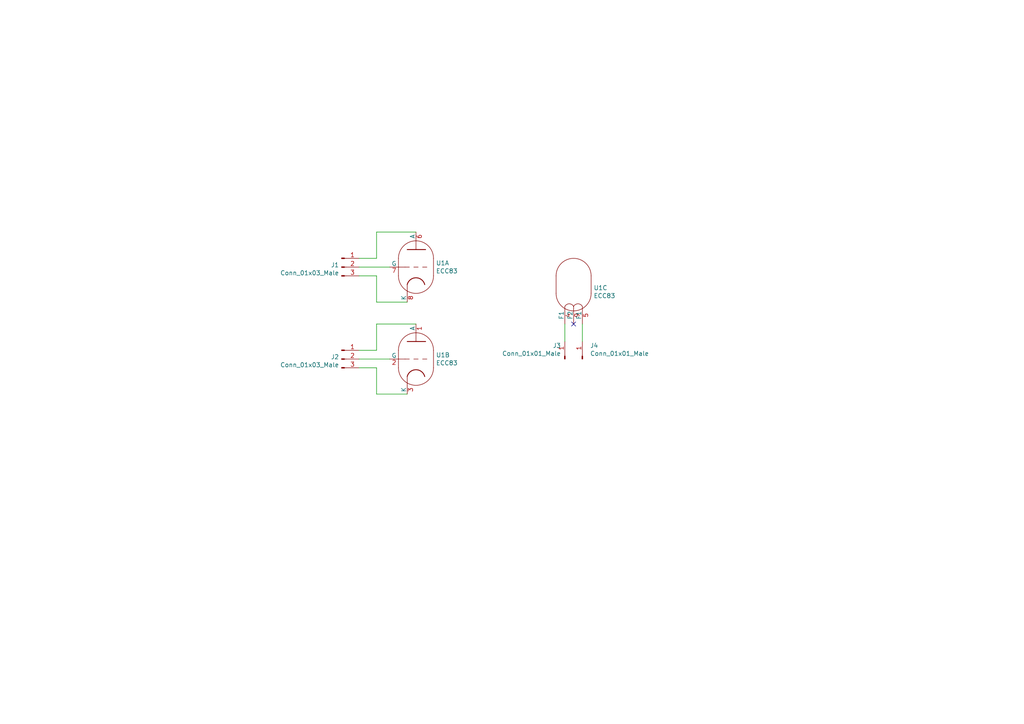
<source format=kicad_sch>
(kicad_sch (version 20230121) (generator eeschema)
  (paper "A4")
  (title_block (title "Baguette") (date "2023-11-03") (rev "${REVISION}") (company "${COMPANY}") (comment 1 "${LICENSE}"))
  (lib_symbols
    (symbol "Connector:Conn_01x01_Pin" (pin_names (offset 1.016) hide)
      (property "Reference" "J" (at 0 2.54 0))
      (property "Value" "Conn_01x01_Pin" (at 0 -2.54 0))
      (symbol "Conn_01x01_Pin_1_1"
        (polyline (pts (xy 1.27 0) (xy 0.8636 0)) (stroke (width 0.1524)))
        (rectangle (start 0.8636 0.127) (end 0 -0.127) (stroke (width 0.1524)) (fill (type outline)))
        (pin passive line (at 5.08 0 180) (length 3.81) (name "Pin_1") (number "1"))
      )
    )
    (symbol "Connector:Conn_01x03_Pin" (pin_names (offset 1.016) hide)
      (property "Reference" "J" (at 0 5.08 0))
      (property "Value" "Conn_01x03_Pin" (at 0 -5.08 0))
      (symbol "Conn_01x03_Pin_1_1"
        (polyline (pts (xy 1.27 -2.54) (xy 0.8636 -2.54)) (stroke (width 0.1524)))
        (polyline (pts (xy 1.27 0) (xy 0.8636 0)) (stroke (width 0.1524)))
        (polyline (pts (xy 1.27 2.54) (xy 0.8636 2.54)) (stroke (width 0.1524)))
        (rectangle (start 0.8636 -2.413) (end 0 -2.667) (stroke (width 0.1524)) (fill (type outline)))
        (rectangle (start 0.8636 0.127) (end 0 -0.127) (stroke (width 0.1524)) (fill (type outline)))
        (rectangle (start 0.8636 2.667) (end 0 2.413) (stroke (width 0.1524)) (fill (type outline)))
        (pin passive line (at 5.08 2.54 180) (length 3.81) (name "Pin_1") (number "1"))
        (pin passive line (at 5.08 0 180) (length 3.81) (name "Pin_2") (number "2"))
        (pin passive line (at 5.08 -2.54 180) (length 3.81) (name "Pin_3") (number "3"))
      )
    )
    (symbol "Valve:ECC83" (pin_names (offset 0))
      (property "Reference" "U" (at 3.302 7.874 0))
      (property "Value" "ECC83" (at 8.89 -7.62 0))
      (symbol "ECC83_0_1"
        (arc (start -5.08 -2.54) (mid 0 -7.5979) (end 5.08 -2.54))
        (polyline (pts (xy 5.08 2.54) (xy 5.08 -2.54)))
        (polyline (pts (xy -5.08 2.54) (xy -5.08 -2.54) (xy -5.08 -2.54)))
        (arc (start 5.08 2.54) (mid 0 7.5979) (end -5.08 2.54))
      )
      (symbol "ECC83_1_0"
        (polyline (pts (xy -2.54 -5.08) (xy -2.54 -7.62)))
        (polyline (pts (xy 0 5.08) (xy 0 7.62)))
      )
      (symbol "ECC83_1_1"
        (polyline (pts (xy -5.08 0) (xy -3.175 0)))
        (polyline (pts (xy -1.905 0) (xy -3.175 0)) (stroke (width 0.1524)))
        (polyline (pts (xy -0.635 0) (xy 0.635 0)) (stroke (width 0.1524)))
        (polyline (pts (xy 1.905 0) (xy 3.175 0)) (stroke (width 0.1524)))
        (polyline (pts (xy -2.54 5.08) (xy 2.794 5.08) (xy 2.794 5.08)) (stroke (width 0.254)))
        (arc (start 2.54 -5.08) (mid 0 -3.0968) (end -2.54 -5.08) (stroke (width 0.254)))
        (pin output line (at 0 10.16 270) (length 2.54) (name "A") (number "6"))
        (pin input line (at -7.62 0 0) (length 2.54) (name "G") (number "7"))
        (pin bidirectional line (at -2.54 -10.16 90) (length 2.54) (name "K") (number "8"))
      )
      (symbol "ECC83_2_0"
        (polyline (pts (xy -2.54 -5.08) (xy -2.54 -7.62)))
        (polyline (pts (xy 0 5.08) (xy 0 7.62)))
      )
      (symbol "ECC83_2_1"
        (polyline (pts (xy -5.08 0) (xy -3.175 0)))
        (polyline (pts (xy -1.905 0) (xy -3.175 0)) (stroke (width 0.1524)))
        (polyline (pts (xy -0.635 0) (xy 0.635 0)) (stroke (width 0.1524)))
        (polyline (pts (xy 1.905 0) (xy 3.175 0)) (stroke (width 0.1524)))
        (polyline (pts (xy -2.54 5.08) (xy 2.794 5.08) (xy 2.794 5.08)) (stroke (width 0.254)))
        (arc (start 2.54 -5.08) (mid 0 -3.0968) (end -2.54 -5.08) (stroke (width 0.254)))
        (pin output line (at 0 10.16 270) (length 2.54) (name "A") (number "1"))
        (pin input line (at -7.62 0 0) (length 2.54) (name "G") (number "2"))
        (pin bidirectional line (at -2.54 -10.16 90) (length 2.54) (name "K") (number "3"))
      )
      (symbol "ECC83_3_1"
        (arc (start 0 -6.35) (mid -1.27 -5.5651) (end -2.54 -6.35))
        (arc (start 2.54 -6.35) (mid 1.27 -5.5651) (end 0 -6.35))
        (pin power_in line (at -2.54 -11.43 90) (length 5.08) (name "F1") (number "4"))
        (pin power_in line (at 2.54 -11.43 90) (length 5.08) (name "F1") (number "5"))
        (pin power_in line (at 0 -11.43 90) (length 5.08) (name "F2") (number "9"))
      )
    )
  )
  (no_connect (at 166.37 93.98))
  (wire (pts (xy 109.22 101.6) (xy 104.14 101.6)))
  (wire (pts (xy 120.65 67.31) (xy 109.22 67.31)))
  (wire (pts (xy 109.22 74.93) (xy 104.14 74.93)))
  (wire (pts (xy 163.83 99.06) (xy 163.83 93.98)))
  (wire (pts (xy 109.22 80.01) (xy 104.14 80.01)))
  (wire (pts (xy 109.22 67.31) (xy 109.22 74.93)))
  (wire (pts (xy 120.65 93.98) (xy 109.22 93.98)))
  (wire (pts (xy 109.22 106.68) (xy 104.14 106.68)))
  (wire (pts (xy 109.22 87.63) (xy 109.22 80.01)))
  (wire (pts (xy 118.11 87.63) (xy 109.22 87.63)))
  (wire (pts (xy 109.22 114.3) (xy 109.22 106.68)))
  (wire (pts (xy 113.03 77.47) (xy 104.14 77.47)))
  (wire (pts (xy 118.11 114.3) (xy 109.22 114.3)))
  (wire (pts (xy 109.22 93.98) (xy 109.22 101.6)))
  (wire (pts (xy 113.03 104.14) (xy 104.14 104.14)))
  (wire (pts (xy 168.91 93.98) (xy 168.91 99.06)))
  (symbol (lib_id "Valve:ECC83") (at 120.65 77.47 0) (unit 1)
    (property "Reference" "U1" (at 126.4412 76.3016 0) (effects (justify left)))
    (property "Value" "ECC83" (at 126.4412 78.613 0) (effects (justify left)))
    (property "Footprint" "Library:VALVE-NOVAL_P" (effects hide))
  )
  (symbol (lib_id "Valve:ECC83") (at 120.65 104.14 0) (unit 2)
    (property "Reference" "U1" (at 126.4412 102.9716 0) (effects (justify left)))
    (property "Value" "ECC83" (at 126.4412 105.283 0) (effects (justify left)))
    (property "Footprint" "Library:VALVE-NOVAL_P" (effects hide))
  )
  (symbol (lib_id "Valve:ECC83") (at 166.37 82.55 0) (unit 3)
    (property "Reference" "U1" (at 172.1612 83.4898 0) (effects (justify left)))
    (property "Value" "ECC83" (at 172.1612 85.8012 0) (effects (justify left)))
    (property "Footprint" "Library:VALVE-NOVAL_P" (effects hide))
  )
  (symbol (lib_id "Connector:Conn_01x01_Pin") (at 163.83 104.14 90) (unit 1)
    (property "Reference" "J3" (at 162.7124 100.2284 90) (effects (justify left)))
    (property "Value" "Conn_01x01_Male" (at 162.7124 102.5398 90) (effects (justify left)))
    (property "Footprint" "Connector_PinHeader_2.54mm:PinHeader_1x01_P2.54mm_Vertical" (effects hide))
  )
  (symbol (lib_id "Connector:Conn_01x01_Pin") (at 168.91 104.14 90) (unit 1)
    (property "Reference" "J4" (at 171.1452 100.2284 90) (effects (justify right)))
    (property "Value" "Conn_01x01_Male" (at 171.1452 102.5398 90) (effects (justify right)))
    (property "Footprint" "Connector_PinHeader_2.54mm:PinHeader_1x01_P2.54mm_Vertical" (effects hide))
  )
  (symbol (lib_id "Connector:Conn_01x03_Pin") (at 99.06 104.14 0) (unit 1)
    (property "Reference" "J2" (at 98.3488 103.5304 0) (effects (justify right)))
    (property "Value" "Conn_01x03_Male" (at 98.3488 105.8418 0) (effects (justify right)))
    (property "Footprint" "Connector_PinHeader_2.54mm:PinHeader_1x03_P2.54mm_Vertical" (effects hide))
  )
  (symbol (lib_id "Connector:Conn_01x03_Pin") (at 99.06 77.47 0) (unit 1)
    (property "Reference" "J1" (at 98.3488 76.8604 0) (effects (justify right)))
    (property "Value" "Conn_01x03_Male" (at 98.3488 79.1718 0) (effects (justify right)))
    (property "Footprint" "Connector_PinHeader_2.54mm:PinHeader_1x03_P2.54mm_Vertical" (effects hide))
  )
)
</source>
